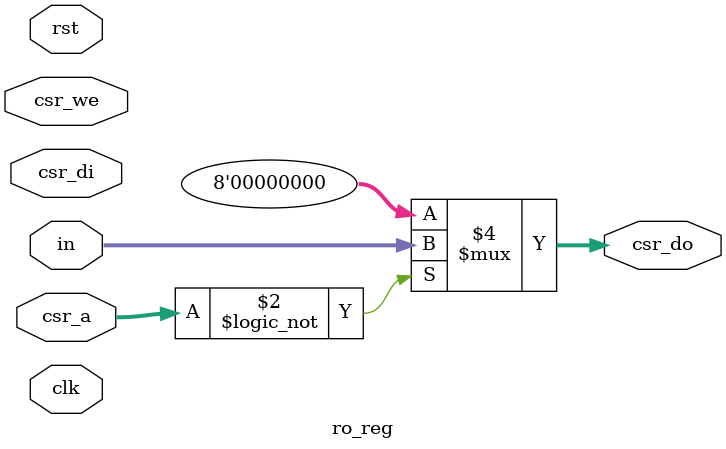
<source format=v>
module ro_reg #(
	parameter BASE_ADDR = 5'b0
) (
	input rst,
	input clk,

	input [4:0] csr_a,
	input [7:0] csr_di,
	input csr_we,
	output reg [7:0] csr_do,

	input [7:0] in
);

always @(*) begin
	csr_do = 8'b0;
	if (csr_a == BASE_ADDR)
		csr_do = in;
end

endmodule

</source>
